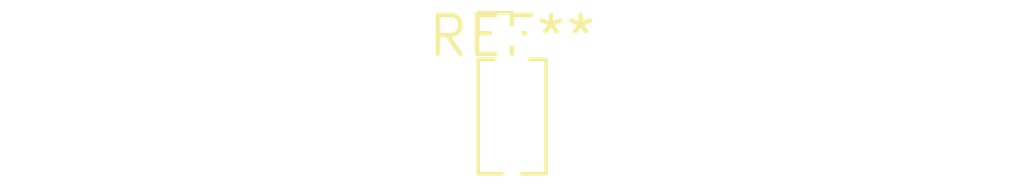
<source format=kicad_pcb>
(kicad_pcb (version 20240108) (generator pcbnew)
  (layers (0 "F.Cu" signal) (31 "B.Cu" signal) (34 "B.Paste" user) (35 "F.Paste" user) (36 "B.SilkS" user "B.Silkscreen") (37 "F.SilkS" user "F.Silkscreen") (38 "B.Mask" user) (39 "F.Mask" user) (44 "Edge.Cuts" user))
  (net 0 "")
  (footprint "PinHeader_1x04_P1.27mm_Vertical" (layer "F.Cu") (at 0 0)
    (property "Reference" "REF**")
    (property "Value" "PinHeader_1x04_P1.27mm_Vertical")
    (fp_line (start -1.11 -0.76) (end 0 -0.76) (layer "F.SilkS") (stroke (width 0.12)))
    (fp_line (start -1.11 0) (end -1.11 -0.76) (layer "F.SilkS") (stroke (width 0.12)))
    (fp_line (start -1.11 0.76) (end -1.11 4.505) (layer "F.SilkS") (stroke (width 0.12)))
    (fp_line (start -1.11 0.76) (end -0.563471 0.76) (layer "F.SilkS") (stroke (width 0.12)))
    (fp_line (start -1.11 4.505) (end -0.30753 4.505) (layer "F.SilkS") (stroke (width 0.12)))
    (fp_line (start 0.30753 4.505) (end 1.11 4.505) (layer "F.SilkS") (stroke (width 0.12)))
    (fp_line (start 0.563471 0.76) (end 1.11 0.76) (layer "F.SilkS") (stroke (width 0.12)))
    (fp_line (start 1.11 0.76) (end 1.11 4.505) (layer "F.SilkS") (stroke (width 0.12)))
    (pad "1" thru_hole rect (at 0 0) (size 1 1) (drill 0.65) (layers *.Cu *.Mask) (remove_unused_layers))
    (pad "2" thru_hole oval (at 0 1.27) (size 1 1) (drill 0.65) (layers *.Cu *.Mask) (remove_unused_layers))
    (pad "3" thru_hole oval (at 0 2.54) (size 1 1) (drill 0.65) (layers *.Cu *.Mask) (remove_unused_layers))
    (pad "4" thru_hole oval (at 0 3.81) (size 1 1) (drill 0.65) (layers *.Cu *.Mask) (remove_unused_layers))
  )
)
</source>
